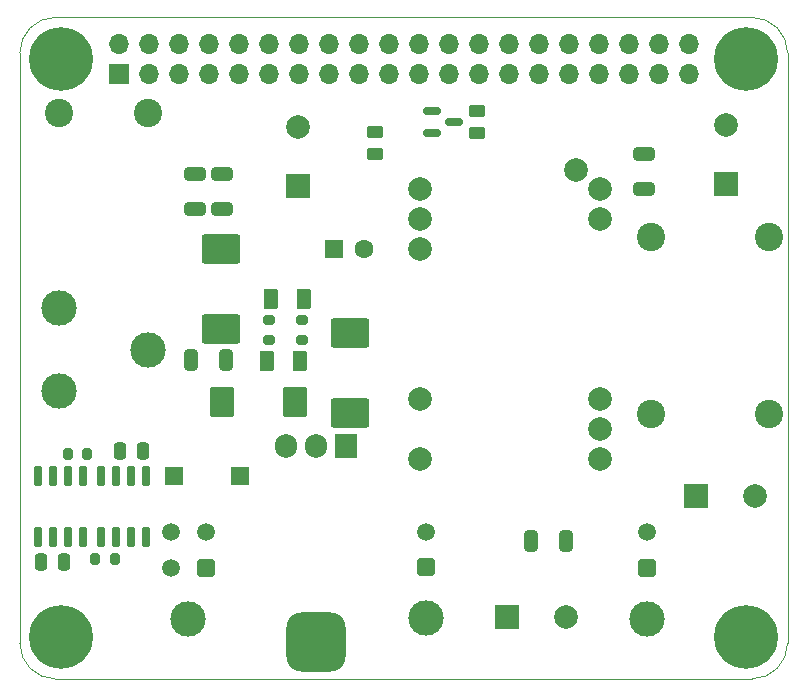
<source format=gts>
G04 #@! TF.GenerationSoftware,KiCad,Pcbnew,7.0.6*
G04 #@! TF.CreationDate,2023-08-28T17:59:06+03:00*
G04 #@! TF.ProjectId,power_sheld,706f7765-725f-4736-9865-6c642e6b6963,rev?*
G04 #@! TF.SameCoordinates,Original*
G04 #@! TF.FileFunction,Soldermask,Top*
G04 #@! TF.FilePolarity,Negative*
%FSLAX46Y46*%
G04 Gerber Fmt 4.6, Leading zero omitted, Abs format (unit mm)*
G04 Created by KiCad (PCBNEW 7.0.6) date 2023-08-28 17:59:06*
%MOMM*%
%LPD*%
G01*
G04 APERTURE LIST*
G04 Aperture macros list*
%AMRoundRect*
0 Rectangle with rounded corners*
0 $1 Rounding radius*
0 $2 $3 $4 $5 $6 $7 $8 $9 X,Y pos of 4 corners*
0 Add a 4 corners polygon primitive as box body*
4,1,4,$2,$3,$4,$5,$6,$7,$8,$9,$2,$3,0*
0 Add four circle primitives for the rounded corners*
1,1,$1+$1,$2,$3*
1,1,$1+$1,$4,$5*
1,1,$1+$1,$6,$7*
1,1,$1+$1,$8,$9*
0 Add four rect primitives between the rounded corners*
20,1,$1+$1,$2,$3,$4,$5,0*
20,1,$1+$1,$4,$5,$6,$7,0*
20,1,$1+$1,$6,$7,$8,$9,0*
20,1,$1+$1,$8,$9,$2,$3,0*%
G04 Aperture macros list end*
%ADD10C,0.800000*%
%ADD11C,5.400000*%
%ADD12RoundRect,0.200000X0.275000X-0.200000X0.275000X0.200000X-0.275000X0.200000X-0.275000X-0.200000X0*%
%ADD13R,2.000000X2.000000*%
%ADD14C,2.000000*%
%ADD15R,1.500000X1.500000*%
%ADD16RoundRect,0.250000X-0.375000X-0.625000X0.375000X-0.625000X0.375000X0.625000X-0.375000X0.625000X0*%
%ADD17RoundRect,0.200000X0.200000X0.275000X-0.200000X0.275000X-0.200000X-0.275000X0.200000X-0.275000X0*%
%ADD18RoundRect,0.250000X0.450000X-0.262500X0.450000X0.262500X-0.450000X0.262500X-0.450000X-0.262500X0*%
%ADD19RoundRect,0.250000X0.650000X-0.325000X0.650000X0.325000X-0.650000X0.325000X-0.650000X-0.325000X0*%
%ADD20RoundRect,0.150000X-0.587500X-0.150000X0.587500X-0.150000X0.587500X0.150000X-0.587500X0.150000X0*%
%ADD21C,3.000000*%
%ADD22RoundRect,0.250001X0.499999X0.499999X-0.499999X0.499999X-0.499999X-0.499999X0.499999X-0.499999X0*%
%ADD23C,1.500000*%
%ADD24RoundRect,0.250000X-0.325000X-0.650000X0.325000X-0.650000X0.325000X0.650000X-0.325000X0.650000X0*%
%ADD25RoundRect,0.250000X-0.250000X-0.475000X0.250000X-0.475000X0.250000X0.475000X-0.250000X0.475000X0*%
%ADD26RoundRect,0.150000X0.150000X-0.725000X0.150000X0.725000X-0.150000X0.725000X-0.150000X-0.725000X0*%
%ADD27RoundRect,0.250000X0.375000X0.625000X-0.375000X0.625000X-0.375000X-0.625000X0.375000X-0.625000X0*%
%ADD28C,2.400000*%
%ADD29RoundRect,0.150000X-0.150000X0.725000X-0.150000X-0.725000X0.150000X-0.725000X0.150000X0.725000X0*%
%ADD30R,1.905000X2.000000*%
%ADD31O,1.905000X2.000000*%
%ADD32RoundRect,1.250000X1.250000X1.250000X-1.250000X1.250000X-1.250000X-1.250000X1.250000X-1.250000X0*%
%ADD33RoundRect,0.250000X-1.400000X-1.000000X1.400000X-1.000000X1.400000X1.000000X-1.400000X1.000000X0*%
%ADD34RoundRect,0.250000X0.325000X0.650000X-0.325000X0.650000X-0.325000X-0.650000X0.325000X-0.650000X0*%
%ADD35RoundRect,0.250000X-0.787500X-1.025000X0.787500X-1.025000X0.787500X1.025000X-0.787500X1.025000X0*%
%ADD36RoundRect,0.250000X0.250000X0.475000X-0.250000X0.475000X-0.250000X-0.475000X0.250000X-0.475000X0*%
%ADD37RoundRect,0.200000X-0.275000X0.200000X-0.275000X-0.200000X0.275000X-0.200000X0.275000X0.200000X0*%
%ADD38R,1.600000X1.600000*%
%ADD39C,1.600000*%
%ADD40R,1.700000X1.700000*%
%ADD41O,1.700000X1.700000*%
G04 #@! TA.AperFunction,Profile*
%ADD42C,0.100000*%
G04 #@! TD*
G04 APERTURE END LIST*
D10*
X171543109Y-72068109D03*
X172136218Y-70636218D03*
X172136218Y-73500000D03*
X173568109Y-70043109D03*
D11*
X173568109Y-72068109D03*
D10*
X173568109Y-74093109D03*
X175000000Y-70636218D03*
X175000000Y-73500000D03*
X175593109Y-72068109D03*
D12*
X135940000Y-95865000D03*
X135940000Y-94215000D03*
D13*
X135580000Y-82867677D03*
D14*
X135580000Y-77867677D03*
D15*
X130670000Y-107420000D03*
D10*
X171543109Y-121068109D03*
X172136218Y-119636218D03*
X172136218Y-122500000D03*
X173568109Y-119043109D03*
D11*
X173568109Y-121068109D03*
D10*
X173568109Y-123093109D03*
X175000000Y-119636218D03*
X175000000Y-122500000D03*
X175593109Y-121068109D03*
D16*
X132990000Y-97650000D03*
X135790000Y-97650000D03*
D17*
X117765000Y-105540000D03*
X116115000Y-105540000D03*
D18*
X142150000Y-80112500D03*
X142150000Y-78287500D03*
D19*
X129220000Y-84775000D03*
X129220000Y-81825000D03*
D15*
X125090000Y-107420000D03*
D13*
X171840000Y-82700000D03*
D14*
X171840000Y-77700000D03*
D20*
X146972500Y-76457500D03*
X146972500Y-78357500D03*
X148847500Y-77407500D03*
D14*
X145950000Y-83090000D03*
X145950000Y-85630000D03*
X145950000Y-88170000D03*
X145950000Y-100870000D03*
X145950000Y-105950000D03*
X161190000Y-105950000D03*
X161190000Y-103410000D03*
X161190000Y-100870000D03*
X161190000Y-85630000D03*
X161190000Y-83090000D03*
X159200000Y-81470000D03*
D21*
X146500000Y-119435000D03*
D22*
X146500000Y-115115000D03*
D23*
X146500000Y-112115000D03*
D13*
X169340000Y-109100000D03*
D14*
X174340000Y-109100000D03*
D24*
X126585000Y-97600000D03*
X129535000Y-97600000D03*
D17*
X120090000Y-114400000D03*
X118440000Y-114400000D03*
D19*
X126920000Y-84775000D03*
X126920000Y-81825000D03*
D13*
X153327677Y-119320000D03*
D14*
X158327677Y-119320000D03*
D25*
X120565000Y-105290000D03*
X122465000Y-105290000D03*
D26*
X118975000Y-112545000D03*
X120245000Y-112545000D03*
X121515000Y-112545000D03*
X122785000Y-112545000D03*
X122785000Y-107395000D03*
X121515000Y-107395000D03*
X120245000Y-107395000D03*
X118975000Y-107395000D03*
D27*
X136150000Y-92440000D03*
X133350000Y-92440000D03*
D21*
X122960000Y-96700000D03*
D28*
X122960000Y-76700000D03*
D21*
X115360000Y-100200000D03*
X115360000Y-93200000D03*
D28*
X115360000Y-76700000D03*
D21*
X165170000Y-119480000D03*
D22*
X165170000Y-115160000D03*
D23*
X165170000Y-112160000D03*
D29*
X117385000Y-107395000D03*
X116115000Y-107395000D03*
X114845000Y-107395000D03*
X113575000Y-107395000D03*
X113575000Y-112545000D03*
X114845000Y-112545000D03*
X116115000Y-112545000D03*
X117385000Y-112545000D03*
D30*
X139710000Y-104820000D03*
D31*
X137170000Y-104820000D03*
X134630000Y-104820000D03*
D32*
X137170000Y-121480000D03*
D33*
X140020000Y-95270000D03*
X140020000Y-102070000D03*
D19*
X164920000Y-83090000D03*
X164920000Y-80140000D03*
D34*
X158327677Y-112895000D03*
X155377677Y-112895000D03*
D28*
X165470000Y-102150000D03*
X175470000Y-102150000D03*
X175470000Y-87150000D03*
X165470000Y-87150000D03*
D18*
X150787500Y-78320000D03*
X150787500Y-76495000D03*
D35*
X129147500Y-101170000D03*
X135372500Y-101170000D03*
D36*
X115800000Y-114650000D03*
X113900000Y-114650000D03*
D21*
X126330000Y-119485000D03*
D22*
X127830000Y-115165000D03*
D23*
X124830000Y-115165000D03*
X127830000Y-112165000D03*
X124830000Y-112165000D03*
D33*
X129110000Y-88140000D03*
X129110000Y-94940000D03*
D10*
X113543109Y-72068109D03*
X114136218Y-70636218D03*
X114136218Y-73500000D03*
X115568109Y-70043109D03*
D11*
X115568109Y-72068109D03*
D10*
X115568109Y-74093109D03*
X117000000Y-70636218D03*
X117000000Y-73500000D03*
X117593109Y-72068109D03*
X113543109Y-121068109D03*
X114136218Y-119636218D03*
X114136218Y-122500000D03*
X115568109Y-119043109D03*
D11*
X115568109Y-121068109D03*
D10*
X115568109Y-123093109D03*
X117000000Y-119636218D03*
X117000000Y-122500000D03*
X117593109Y-121068109D03*
D37*
X133200000Y-94215000D03*
X133200000Y-95865000D03*
D38*
X138707621Y-88140000D03*
D39*
X141207621Y-88140000D03*
D40*
X120468109Y-73358109D03*
D41*
X120468109Y-70818109D03*
X123008109Y-73358109D03*
X123008109Y-70818109D03*
X125548109Y-73358109D03*
X125548109Y-70818109D03*
X128088109Y-73358109D03*
X128088109Y-70818109D03*
X130628109Y-73358109D03*
X130628109Y-70818109D03*
X133168109Y-73358109D03*
X133168109Y-70818109D03*
X135708109Y-73358109D03*
X135708109Y-70818109D03*
X138248109Y-73358109D03*
X138248109Y-70818109D03*
X140788109Y-73358109D03*
X140788109Y-70818109D03*
X143328109Y-73358109D03*
X143328109Y-70818109D03*
X145868109Y-73358109D03*
X145868109Y-70818109D03*
X148408109Y-73358109D03*
X148408109Y-70818109D03*
X150948109Y-73358109D03*
X150948109Y-70818109D03*
X153488109Y-73358109D03*
X153488109Y-70818109D03*
X156028109Y-73358109D03*
X156028109Y-70818109D03*
X158568109Y-73358109D03*
X158568109Y-70818109D03*
X161108109Y-73358109D03*
X161108109Y-70818109D03*
X163648109Y-73358109D03*
X163648109Y-70818109D03*
X166188109Y-73358109D03*
X166188109Y-70818109D03*
X168728109Y-73358109D03*
X168728109Y-70818109D03*
D42*
X174068109Y-124568109D02*
G75*
G03*
X177068109Y-121568109I-9J3000009D01*
G01*
X112068109Y-71568109D02*
X112068109Y-121568109D01*
X177068109Y-121568109D02*
X177068109Y-71568109D01*
X115068109Y-68568109D02*
G75*
G03*
X112068109Y-71568109I-9J-2999991D01*
G01*
X115068109Y-124568109D02*
X174068109Y-124568109D01*
X174068109Y-68568109D02*
X115068109Y-68568109D01*
X112068091Y-121568109D02*
G75*
G03*
X115068109Y-124568109I3000009J9D01*
G01*
X177068091Y-71568109D02*
G75*
G03*
X174068109Y-68568109I-2999991J9D01*
G01*
M02*

</source>
